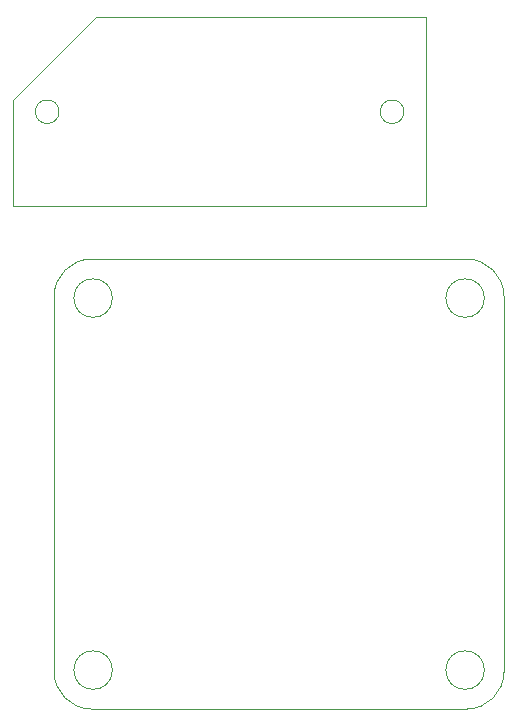
<source format=gbr>
G04 #@! TF.FileFunction,Profile,NP*
%FSLAX46Y46*%
G04 Gerber Fmt 4.6, Leading zero omitted, Abs format (unit mm)*
G04 Created by KiCad (PCBNEW 4.0.7) date 04/09/18 00:03:13*
%MOMM*%
%LPD*%
G01*
G04 APERTURE LIST*
%ADD10C,0.100000*%
G04 APERTURE END LIST*
D10*
X123339000Y-95854000D02*
G75*
G03X123339000Y-95854000I-1000000J0D01*
G01*
X125239000Y-87854000D02*
X97239000Y-87854000D01*
X90239000Y-94854000D02*
X97239000Y-87854000D01*
X90239000Y-103854000D02*
X90239000Y-94854000D01*
X125239000Y-103854000D02*
X90239000Y-103854000D01*
X94139000Y-95854000D02*
G75*
G03X94139000Y-95854000I-1000000J0D01*
G01*
X125239000Y-103854000D02*
X125239000Y-87854000D01*
X131826000Y-111502434D02*
X131826000Y-143252434D01*
X98659950Y-111629434D02*
G75*
G03X98659950Y-111629434I-1631950J0D01*
G01*
X128651000Y-108327434D02*
G75*
G02X131826000Y-111502434I0J-3175000D01*
G01*
X96901000Y-146427434D02*
G75*
G02X93726000Y-143252434I0J3175000D01*
G01*
X93726000Y-111502434D02*
G75*
G02X96901000Y-108327434I3175000J0D01*
G01*
X130155950Y-111629434D02*
G75*
G03X130155950Y-111629434I-1631950J0D01*
G01*
X93726000Y-143252434D02*
X93726000Y-111502434D01*
X98659950Y-143125434D02*
G75*
G03X98659950Y-143125434I-1631950J0D01*
G01*
X128651000Y-146427434D02*
X96901000Y-146427434D01*
X96901000Y-108327434D02*
X128651000Y-108327434D01*
X131826000Y-143252434D02*
G75*
G02X128651000Y-146427434I-3175000J0D01*
G01*
X130155950Y-143125434D02*
G75*
G03X130155950Y-143125434I-1631950J0D01*
G01*
M02*

</source>
